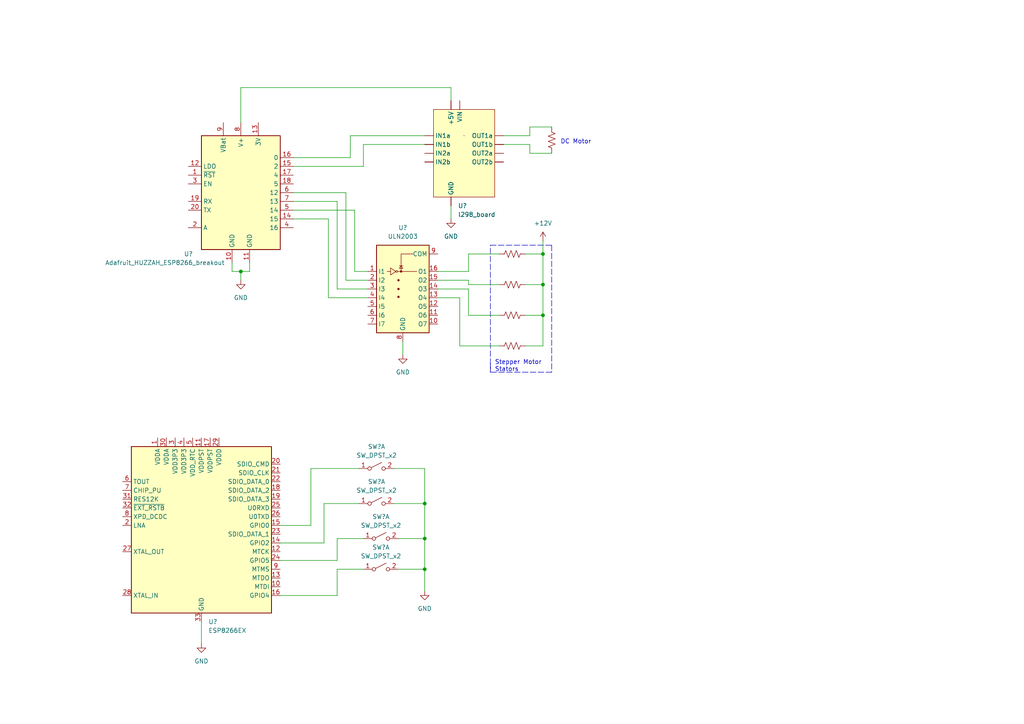
<source format=kicad_sch>
(kicad_sch (version 20211123) (generator eeschema)
  (paper "A4")
  (title_block (title "rc_car") (date "2022-07-25") (rev "1") (comment 1 "Daniel Mortenson") (comment 2 "Carter Nettesheim"))
  (lib_symbols
    (symbol "Device:R_US" (pin_numbers hide) (pin_names (offset 0))
      (property "Reference" "R" (at 2.54 0 90))
      (property "Value" "R_US" (at -2.54 0 90))
      (symbol "R_US_0_1"
        (polyline (pts (xy 0 -2.286) (xy 0 -2.54)))
        (polyline (pts (xy 0 2.286) (xy 0 2.54)))
        (polyline (pts (xy 0 -0.762) (xy 1.016 -1.143) (xy 0 -1.524) (xy -1.016 -1.905) (xy 0 -2.286)))
        (polyline (pts (xy 0 0.762) (xy 1.016 0.381) (xy 0 0) (xy -1.016 -0.381) (xy 0 -0.762)))
        (polyline (pts (xy 0 2.286) (xy 1.016 1.905) (xy 0 1.524) (xy -1.016 1.143) (xy 0 0.762)))
      )
      (symbol "R_US_1_1"
        (pin passive line (at 0 3.81 270) (length 1.27) (name "~") (number "1"))
        (pin passive line (at 0 -3.81 90) (length 1.27) (name "~") (number "2"))
      )
    )
    (symbol "MCU_Espressif:ESP8266EX"
      (property "Reference" "U" (at 0 2.54 0))
      (property "Value" "ESP8266EX" (at 0 -2.54 0))
      (symbol "ESP8266EX_0_1"
        (rectangle (start -20.32 22.86) (end 20.32 -25.4) (stroke (width 0.254)) (fill (type background)))
      )
      (symbol "ESP8266EX_1_1"
        (pin power_in line (at -12.7 25.4 270) (length 2.54) (name "VDDA") (number "1"))
        (pin bidirectional line (at 22.86 -17.78 180) (length 2.54) (name "MTDI") (number "10"))
        (pin power_in line (at 0 25.4 270) (length 2.54) (name "VDDPST") (number "11"))
        (pin bidirectional line (at 22.86 -7.62 180) (length 2.54) (name "MTCK") (number "12"))
        (pin bidirectional line (at 22.86 -15.24 180) (length 2.54) (name "MTDO") (number "13"))
        (pin bidirectional line (at 22.86 -5.08 180) (length 2.54) (name "GPIO2") (number "14"))
        (pin bidirectional line (at 22.86 0 180) (length 2.54) (name "GPIO0") (number "15"))
        (pin bidirectional line (at 22.86 -20.32 180) (length 2.54) (name "GPIO4") (number "16"))
        (pin power_in line (at 2.54 25.4 270) (length 2.54) (name "VDDPST") (number "17"))
        (pin bidirectional line (at 22.86 10.16 180) (length 2.54) (name "SDIO_DATA_2") (number "18"))
        (pin bidirectional line (at 22.86 7.62 180) (length 2.54) (name "SDIO_DATA_3") (number "19"))
        (pin bidirectional line (at -22.86 0 0) (length 2.54) (name "LNA") (number "2"))
        (pin bidirectional line (at 22.86 17.78 180) (length 2.54) (name "SDIO_CMD") (number "20"))
        (pin bidirectional line (at 22.86 15.24 180) (length 2.54) (name "SDIO_CLK") (number "21"))
        (pin bidirectional line (at 22.86 12.7 180) (length 2.54) (name "SDIO_DATA_0") (number "22"))
        (pin bidirectional line (at 22.86 -2.54 180) (length 2.54) (name "SDIO_DATA_1") (number "23"))
        (pin bidirectional line (at 22.86 -10.16 180) (length 2.54) (name "GPIO5") (number "24"))
        (pin bidirectional line (at 22.86 5.08 180) (length 2.54) (name "U0RXD") (number "25"))
        (pin bidirectional line (at 22.86 2.54 180) (length 2.54) (name "U0TXD") (number "26"))
        (pin bidirectional line (at -22.86 -7.62 0) (length 2.54) (name "XTAL_OUT") (number "27"))
        (pin bidirectional line (at -22.86 -20.32 0) (length 2.54) (name "XTAL_IN") (number "28"))
        (pin power_in line (at 5.08 25.4 270) (length 2.54) (name "VDDD") (number "29"))
        (pin power_in line (at -7.62 25.4 270) (length 2.54) (name "VDD3P3") (number "3"))
        (pin power_in line (at -10.16 25.4 270) (length 2.54) (name "VDDA") (number "30"))
        (pin input line (at -22.86 7.62 0) (length 2.54) (name "RES12K") (number "31"))
        (pin input line (at -22.86 5.08 0) (length 2.54) (name "~{EXT_RSTB}") (number "32"))
        (pin power_in line (at 0 -27.94 90) (length 2.54) (name "GND") (number "33"))
        (pin power_in line (at -5.08 25.4 270) (length 2.54) (name "VDD3P3") (number "4"))
        (pin power_in line (at -2.54 25.4 270) (length 2.54) (name "VDD_RTC") (number "5"))
        (pin input line (at -22.86 12.7 0) (length 2.54) (name "TOUT") (number "6"))
        (pin input line (at -22.86 10.16 0) (length 2.54) (name "CHIP_PU") (number "7"))
        (pin bidirectional line (at -22.86 2.54 0) (length 2.54) (name "XPD_DCDC") (number "8"))
        (pin bidirectional line (at 22.86 -12.7 180) (length 2.54) (name "MTMS") (number "9"))
      )
    )
    (symbol "MCU_Module:Adafruit_HUZZAH_ESP8266_breakout"
      (property "Reference" "A" (at 7.62 19.05 0))
      (property "Value" "Adafruit_HUZZAH_ESP8266_breakout" (at 3.81 -19.05 0))
      (symbol "Adafruit_HUZZAH_ESP8266_breakout_0_1"
        (rectangle (start -11.43 16.51) (end 11.43 -16.51) (stroke (width 0.254)) (fill (type background)))
      )
      (symbol "Adafruit_HUZZAH_ESP8266_breakout_1_1"
        (pin input line (at -15.24 5.08 0) (length 3.81) (name "~{RST}") (number "1"))
        (pin power_in line (at -2.54 -20.32 90) (length 3.81) (name "GND") (number "10"))
        (pin power_in line (at 2.54 -20.32 90) (length 3.81) (name "GND") (number "11"))
        (pin input line (at -15.24 7.62 0) (length 3.81) (name "LDO") (number "12"))
        (pin power_out line (at 5.08 20.32 270) (length 3.81) (name "3V") (number "13"))
        (pin bidirectional line (at 15.24 -7.62 180) (length 3.81) (name "15") (number "14"))
        (pin bidirectional line (at 15.24 7.62 180) (length 3.81) (name "2") (number "15"))
        (pin bidirectional line (at 15.24 10.16 180) (length 3.81) (name "0") (number "16"))
        (pin bidirectional line (at 15.24 5.08 180) (length 3.81) (name "4") (number "17"))
        (pin bidirectional line (at 15.24 2.54 180) (length 3.81) (name "5") (number "18"))
        (pin input line (at -15.24 -2.54 0) (length 3.81) (name "RX") (number "19"))
        (pin input line (at -15.24 -10.16 0) (length 3.81) (name "A") (number "2"))
        (pin output line (at -15.24 -5.08 0) (length 3.81) (name "TX") (number "20"))
        (pin input line (at -15.24 2.54 0) (length 3.81) (name "EN") (number "3"))
        (pin bidirectional line (at 15.24 -10.16 180) (length 3.81) (name "16") (number "4"))
        (pin bidirectional line (at 15.24 -5.08 180) (length 3.81) (name "14") (number "5"))
        (pin bidirectional line (at 15.24 0 180) (length 3.81) (name "12") (number "6"))
        (pin bidirectional line (at 15.24 -2.54 180) (length 3.81) (name "13") (number "7"))
        (pin power_in line (at 0 20.32 270) (length 3.81) (name "V+") (number "8"))
        (pin power_in line (at -5.08 20.32 270) (length 3.81) (name "VBat") (number "9"))
      )
    )
    (symbol "Switch:SW_DPST_x2" (pin_names (offset 0) hide)
      (property "Reference" "SW" (at 0 3.175 0))
      (property "Value" "SW_DPST_x2" (at 0 -2.54 0))
      (symbol "SW_DPST_x2_0_0"
        (circle (center -2.032 0) (radius 0.508))
        (polyline (pts (xy -1.524 0.254) (xy 1.524 1.778)))
        (circle (center 2.032 0) (radius 0.508))
      )
      (symbol "SW_DPST_x2_1_1"
        (pin passive line (at -5.08 0 0) (length 2.54) (name "A") (number "1"))
        (pin passive line (at 5.08 0 180) (length 2.54) (name "B") (number "2"))
      )
      (symbol "SW_DPST_x2_2_1"
        (pin passive line (at -5.08 0 0) (length 2.54) (name "A") (number "3"))
        (pin passive line (at 5.08 0 180) (length 2.54) (name "B") (number "4"))
      )
    )
    (symbol "Transistor_Array:ULN2003"
      (property "Reference" "U" (at 0 15.875 0))
      (property "Value" "ULN2003" (at 0 13.97 0))
      (symbol "ULN2003_0_1"
        (rectangle (start -7.62 -12.7) (end 7.62 12.7) (stroke (width 0.254)) (fill (type background)))
        (circle (center -1.778 5.08) (radius 0.254))
        (circle (center -1.27 -2.286) (radius 0.254) (fill (type outline)))
        (circle (center -1.27 0) (radius 0.254) (fill (type outline)))
        (circle (center -1.27 2.54) (radius 0.254) (fill (type outline)))
        (circle (center -0.508 5.08) (radius 0.254) (fill (type outline)))
        (polyline (pts (xy -4.572 5.08) (xy -3.556 5.08)))
        (polyline (pts (xy -1.524 5.08) (xy 4.064 5.08)))
        (polyline (pts (xy 0 6.731) (xy -1.016 6.731)))
        (polyline (pts (xy -0.508 5.08) (xy -0.508 10.16) (xy 2.921 10.16)))
        (polyline (pts (xy -3.556 6.096) (xy -3.556 4.064) (xy -2.032 5.08) (xy -3.556 6.096)))
        (polyline (pts (xy 0 5.969) (xy -1.016 5.969) (xy -0.508 6.731) (xy 0 5.969)))
      )
      (symbol "ULN2003_1_1"
        (pin input line (at -10.16 5.08 0) (length 2.54) (name "I1") (number "1"))
        (pin open_collector line (at 10.16 -10.16 180) (length 2.54) (name "O7") (number "10"))
        (pin open_collector line (at 10.16 -7.62 180) (length 2.54) (name "O6") (number "11"))
        (pin open_collector line (at 10.16 -5.08 180) (length 2.54) (name "O5") (number "12"))
        (pin open_collector line (at 10.16 -2.54 180) (length 2.54) (name "O4") (number "13"))
        (pin open_collector line (at 10.16 0 180) (length 2.54) (name "O3") (number "14"))
        (pin open_collector line (at 10.16 2.54 180) (length 2.54) (name "O2") (number "15"))
        (pin open_collector line (at 10.16 5.08 180) (length 2.54) (name "O1") (number "16"))
        (pin input line (at -10.16 2.54 0) (length 2.54) (name "I2") (number "2"))
        (pin input line (at -10.16 0 0) (length 2.54) (name "I3") (number "3"))
        (pin input line (at -10.16 -2.54 0) (length 2.54) (name "I4") (number "4"))
        (pin input line (at -10.16 -5.08 0) (length 2.54) (name "I5") (number "5"))
        (pin input line (at -10.16 -7.62 0) (length 2.54) (name "I6") (number "6"))
        (pin input line (at -10.16 -10.16 0) (length 2.54) (name "I7") (number "7"))
        (pin power_in line (at 0 -15.24 90) (length 2.54) (name "GND") (number "8"))
        (pin passive line (at 10.16 10.16 180) (length 2.54) (name "COM") (number "9"))
      )
    )
    (symbol "power:+12V" (power) (pin_names (offset 0))
      (property "Value" "+12V" (at 0 3.556 0))
      (symbol "+12V_0_1"
        (polyline (pts (xy -0.762 1.27) (xy 0 2.54)))
        (polyline (pts (xy 0 0) (xy 0 2.54)))
        (polyline (pts (xy 0 2.54) (xy 0.762 1.27)))
      )
      (symbol "+12V_1_1"
        (pin power_in line (at 0 0 90) (length 0) hide (name "+12V") (number "1"))
      )
    )
    (symbol "power:GND" (power) (pin_names (offset 0))
      (property "Value" "GND" (at 0 -3.81 0))
      (symbol "GND_0_1"
        (polyline (pts (xy 0 0) (xy 0 -1.27) (xy 1.27 -1.27) (xy 0 -2.54) (xy -1.27 -1.27) (xy 0 -1.27)))
      )
      (symbol "GND_1_1"
        (pin power_in line (at 0 0 270) (length 0) hide (name "GND") (number "1"))
      )
    )
    (symbol "user_defined_library:l298_board"
      (property "Reference" "U" (at 7.62 16.51 0))
      (property "Value" "l298_board" (at 7.62 13.97 0))
      (symbol "l298_board_0_1"
        (rectangle (start -7.62 12.7) (end 10.16 -12.7) (fill (type background)))
        (rectangle (start 1.27 5.08) (end 1.27 5.08))
        (rectangle (start 1.27 5.08) (end 1.27 5.08))
        (rectangle (start 1.27 5.08) (end 1.27 5.08))
        (rectangle (start 1.27 5.08) (end 1.27 5.08))
        (rectangle (start 1.27 5.08) (end 1.27 5.08))
        (rectangle (start 1.27 5.08) (end 1.27 5.08))
        (rectangle (start 1.27 5.08) (end 1.27 5.08))
        (rectangle (start 1.27 5.08) (end 1.27 5.08))
      )
      (symbol "l298_board_1_1"
        (pin output line (at -2.54 15.24 270) (length 2.54) (name "+5V") (number ""))
        (pin input line (at -2.54 -15.24 90) (length 2.54) (name "GND") (number ""))
        (pin input line (at -10.16 5.08 0) (length 2.54) (name "IN1a") (number ""))
        (pin input line (at -10.16 2.54 0) (length 2.54) (name "IN1b") (number ""))
        (pin input line (at -10.16 0 0) (length 2.54) (name "IN2a") (number ""))
        (pin input line (at -10.16 -2.54 0) (length 2.54) (name "IN2b") (number ""))
        (pin output line (at 12.7 5.08 180) (length 2.54) (name "OUT1a") (number ""))
        (pin output line (at 12.7 2.54 180) (length 2.54) (name "OUT1b") (number ""))
        (pin output line (at 12.7 0 180) (length 2.54) (name "OUT2a") (number ""))
        (pin output line (at 12.7 -2.54 180) (length 2.54) (name "OUT2b") (number ""))
        (pin input line (at 0 15.24 270) (length 2.54) (name "VIN") (number ""))
      )
    )
  )
  (junction (at 157.48 91.44))
  (junction (at 69.85 78.74))
  (junction (at 157.48 82.55))
  (junction (at 123.19 165.1))
  (junction (at 123.19 156.21))
  (junction (at 123.19 146.05))
  (junction (at 157.48 73.66))
  (wire (pts (xy 105.41 41.91) (xy 123.19 41.91)))
  (wire (pts (xy 115.57 165.1) (xy 123.19 165.1)))
  (wire (pts (xy 123.19 156.21) (xy 123.19 165.1)))
  (wire (pts (xy 127 86.36) (xy 133.35 86.36)))
  (wire (pts (xy 135.89 83.82) (xy 135.89 91.44)))
  (wire (pts (xy 116.84 99.06) (xy 116.84 102.87)))
  (wire (pts (xy 105.41 48.26) (xy 105.41 41.91)))
  (wire (pts (xy 114.3 135.89) (xy 123.19 135.89)))
  (polyline (pts (xy 142.24 71.12) (xy 160.02 71.12)))
  (wire (pts (xy 93.98 146.05) (xy 104.14 146.05)))
  (wire (pts (xy 133.35 100.33) (xy 144.78 100.33)))
  (wire (pts (xy 135.89 78.74) (xy 135.89 73.66)))
  (wire (pts (xy 130.81 59.69) (xy 130.81 63.5)))
  (wire (pts (xy 102.87 78.74) (xy 106.68 78.74)))
  (wire (pts (xy 130.81 25.4) (xy 69.85 25.4)))
  (wire (pts (xy 123.19 146.05) (xy 123.19 156.21)))
  (wire (pts (xy 97.79 162.56) (xy 97.79 156.21)))
  (wire (pts (xy 157.48 73.66) (xy 157.48 82.55)))
  (wire (pts (xy 135.89 73.66) (xy 144.78 73.66)))
  (wire (pts (xy 85.09 48.26) (xy 105.41 48.26)))
  (wire (pts (xy 58.42 180.34) (xy 58.42 186.69)))
  (wire (pts (xy 114.3 146.05) (xy 123.19 146.05)))
  (wire (pts (xy 135.89 82.55) (xy 144.78 82.55)))
  (wire (pts (xy 127 83.82) (xy 135.89 83.82)))
  (wire (pts (xy 146.05 39.37) (xy 153.67 39.37)))
  (wire (pts (xy 90.17 152.4) (xy 90.17 135.89)))
  (wire (pts (xy 85.09 60.96) (xy 102.87 60.96)))
  (wire (pts (xy 157.48 91.44) (xy 157.48 82.55)))
  (wire (pts (xy 95.25 86.36) (xy 106.68 86.36)))
  (wire (pts (xy 123.19 135.89) (xy 123.19 146.05)))
  (wire (pts (xy 93.98 157.48) (xy 93.98 146.05)))
  (wire (pts (xy 115.57 156.21) (xy 123.19 156.21)))
  (wire (pts (xy 153.67 44.45) (xy 160.02 44.45)))
  (wire (pts (xy 152.4 73.66) (xy 157.48 73.66)))
  (wire (pts (xy 153.67 36.83) (xy 160.02 36.83)))
  (wire (pts (xy 100.33 55.88) (xy 100.33 81.28)))
  (wire (pts (xy 153.67 39.37) (xy 153.67 36.83)))
  (wire (pts (xy 157.48 69.85) (xy 157.48 73.66)))
  (wire (pts (xy 97.79 83.82) (xy 106.68 83.82)))
  (wire (pts (xy 102.87 60.96) (xy 102.87 78.74)))
  (wire (pts (xy 133.35 86.36) (xy 133.35 100.33)))
  (polyline (pts (xy 142.24 107.95) (xy 142.24 71.12)))
  (wire (pts (xy 90.17 135.89) (xy 104.14 135.89)))
  (wire (pts (xy 146.05 41.91) (xy 153.67 41.91)))
  (wire (pts (xy 69.85 25.4) (xy 69.85 35.56)))
  (wire (pts (xy 127 78.74) (xy 135.89 78.74)))
  (wire (pts (xy 97.79 156.21) (xy 105.41 156.21)))
  (wire (pts (xy 81.28 162.56) (xy 97.79 162.56)))
  (wire (pts (xy 135.89 81.28) (xy 135.89 82.55)))
  (wire (pts (xy 157.48 100.33) (xy 157.48 91.44)))
  (polyline (pts (xy 160.02 71.12) (xy 160.02 107.95)))
  (wire (pts (xy 127 81.28) (xy 135.89 81.28)))
  (wire (pts (xy 85.09 55.88) (xy 100.33 55.88)))
  (wire (pts (xy 67.31 76.2) (xy 67.31 78.74)))
  (polyline (pts (xy 160.02 107.95) (xy 142.24 107.95)))
  (wire (pts (xy 85.09 63.5) (xy 95.25 63.5)))
  (wire (pts (xy 130.81 29.21) (xy 130.81 25.4)))
  (wire (pts (xy 152.4 82.55) (xy 157.48 82.55)))
  (wire (pts (xy 100.33 81.28) (xy 106.68 81.28)))
  (wire (pts (xy 152.4 91.44) (xy 157.48 91.44)))
  (wire (pts (xy 81.28 172.72) (xy 97.79 172.72)))
  (wire (pts (xy 101.6 45.72) (xy 101.6 39.37)))
  (wire (pts (xy 95.25 63.5) (xy 95.25 86.36)))
  (polyline (pts (xy 142.24 105.41) (xy 142.24 107.95)))
  (wire (pts (xy 85.09 58.42) (xy 97.79 58.42)))
  (wire (pts (xy 135.89 91.44) (xy 144.78 91.44)))
  (wire (pts (xy 101.6 39.37) (xy 123.19 39.37)))
  (wire (pts (xy 123.19 165.1) (xy 123.19 171.45)))
  (wire (pts (xy 97.79 58.42) (xy 97.79 83.82)))
  (wire (pts (xy 81.28 152.4) (xy 90.17 152.4)))
  (wire (pts (xy 97.79 165.1) (xy 105.41 165.1)))
  (wire (pts (xy 97.79 172.72) (xy 97.79 165.1)))
  (wire (pts (xy 72.39 76.2) (xy 72.39 78.74)))
  (wire (pts (xy 153.67 41.91) (xy 153.67 44.45)))
  (wire (pts (xy 152.4 100.33) (xy 157.48 100.33)))
  (wire (pts (xy 81.28 157.48) (xy 93.98 157.48)))
  (wire (pts (xy 85.09 45.72) (xy 101.6 45.72)))
  (wire (pts (xy 69.85 78.74) (xy 72.39 78.74)))
  (wire (pts (xy 69.85 78.74) (xy 69.85 81.28)))
  (wire (pts (xy 67.31 78.74) (xy 69.85 78.74)))
  (text "Stepper Motor \nStators" (at 143.51 107.95 0) (effects (font (size 1.27 1.27)) (justify left bottom)))
  (text "DC Motor" (at 162.56 41.91 0) (effects (font (size 1.27 1.27)) (justify left bottom)))
  (symbol (lib_id "power:GND") (at 130.81 63.5 0) (unit 1)
    (property "Reference" "#PWR?" (effects hide))
    (property "Value" "GND" (at 130.81 68.58 0))
  )
  (symbol (lib_id "Switch:SW_DPST_x2") (at 109.22 146.05 0) (unit 1)
    (property "Reference" "SW?" (at 109.22 139.7 0))
    (property "Value" "SW_DPST_x2" (at 109.22 142.24 0))
  )
  (symbol (lib_id "MCU_Module:Adafruit_HUZZAH_ESP8266_breakout") (at 69.85 55.88 0) (unit 1)
    (property "Reference" "U?" (at 53.34 73.66 0) (effects (justify left)))
    (property "Value" "Adafruit_HUZZAH_ESP8266_breakout" (at 30.48 76.2 0) (effects (justify left)))
    (property "Datasheet" "https://www.adafruit.com/product/2471" (effects hide))
  )
  (symbol (lib_id "Device:R_US") (at 148.59 73.66 90) (unit 1)
    (property "Reference" "R?" (effects hide))
    (property "Value" "R_US" (effects hide))
  )
  (symbol (lib_id "user_defined_library:l298_board") (at 133.35 44.45 0) (unit 1)
    (property "Reference" "U?" (at 132.8294 59.69 0) (effects (justify left)))
    (property "Value" "l298_board" (at 132.8294 62.23 0) (effects (justify left)))
  )
  (symbol (lib_id "power:GND") (at 58.42 186.69 0) (unit 1)
    (property "Reference" "#PWR?" (effects hide))
    (property "Value" "GND" (at 58.42 191.77 0))
  )
  (symbol (lib_id "Switch:SW_DPST_x2") (at 109.22 135.89 0) (unit 1)
    (property "Reference" "SW?" (at 109.22 129.54 0))
    (property "Value" "SW_DPST_x2" (at 109.22 132.08 0))
  )
  (symbol (lib_id "Device:R_US") (at 160.02 40.64 180) (unit 1)
    (property "Reference" "R?" (effects hide))
    (property "Value" "R_US" (effects hide))
  )
  (symbol (lib_id "MCU_Espressif:ESP8266EX") (at 58.42 152.4 0) (unit 1)
    (property "Reference" "U?" (at 60.4394 180.34 0) (effects (justify left)))
    (property "Value" "ESP8266EX" (at 60.4394 182.88 0) (effects (justify left)))
    (property "Footprint" "Package_DFN_QFN:QFN-32-1EP_5x5mm_P0.5mm_EP3.45x3.45mm" (effects hide))
    (property "Datasheet" "http://espressif.com/sites/default/files/documentation/0a-esp8266ex_datasheet_en.pdf" (effects hide))
  )
  (symbol (lib_id "power:GND") (at 116.84 102.87 0) (unit 1)
    (property "Reference" "#PWR?" (effects hide))
    (property "Value" "GND" (at 116.84 107.95 0))
  )
  (symbol (lib_id "Switch:SW_DPST_x2") (at 110.49 156.21 0) (unit 1)
    (property "Reference" "SW?" (at 110.49 149.86 0))
    (property "Value" "SW_DPST_x2" (at 110.49 152.4 0))
  )
  (symbol (lib_id "Device:R_US") (at 148.59 100.33 90) (unit 1)
    (property "Reference" "R?" (effects hide))
    (property "Value" "R_US" (effects hide))
  )
  (symbol (lib_id "Device:R_US") (at 148.59 91.44 90) (unit 1)
    (property "Reference" "R?" (effects hide))
    (property "Value" "R_US" (effects hide))
  )
  (symbol (lib_id "power:GND") (at 123.19 171.45 0) (unit 1)
    (property "Reference" "#PWR?" (effects hide))
    (property "Value" "GND" (at 123.19 176.53 0))
  )
  (symbol (lib_id "power:+12V") (at 157.48 69.85 0) (unit 1)
    (property "Reference" "#PWR?" (effects hide))
    (property "Value" "+12V" (at 157.48 64.77 0))
  )
  (symbol (lib_id "Switch:SW_DPST_x2") (at 110.49 165.1 0) (unit 1)
    (property "Reference" "SW?" (at 110.49 158.75 0))
    (property "Value" "SW_DPST_x2" (at 110.49 161.29 0))
  )
  (symbol (lib_id "Transistor_Array:ULN2003") (at 116.84 83.82 0) (unit 1)
    (property "Reference" "U?" (at 116.84 66.04 0))
    (property "Value" "ULN2003" (at 116.84 68.58 0))
    (property "Datasheet" "http://www.ti.com/lit/ds/symlink/uln2003a.pdf" (effects hide))
  )
  (symbol (lib_id "Device:R_US") (at 148.59 82.55 90) (unit 1)
    (property "Reference" "R?" (effects hide))
    (property "Value" "R_US" (effects hide))
  )
  (symbol (lib_id "power:GND") (at 69.85 81.28 0) (unit 1)
    (property "Reference" "#PWR?" (effects hide))
    (property "Value" "GND" (at 69.85 86.36 0))
  )
)
</source>
